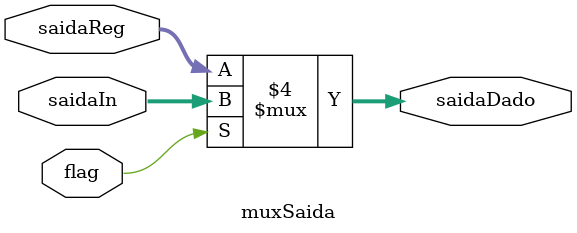
<source format=v>
module muxSaida (
flag,
saidaReg,
saidaIn,
saidaDado
);

input [31:0] saidaReg;
input [31:0] saidaIn;
input flag;

output reg [31:0] saidaDado;

always @ (*) begin
	if(flag == 1'b0)
	saidaDado = saidaReg;
	else
	saidaDado = saidaIn;
end



endmodule
</source>
